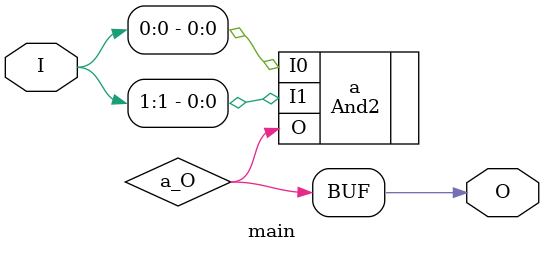
<source format=v>
module main (input [1:0] I, output  O);
wire  a_O;
And2 a (.I0(I[0]), .I1(I[1]), .O(a_O));
assign O = a_O;
endmodule


</source>
